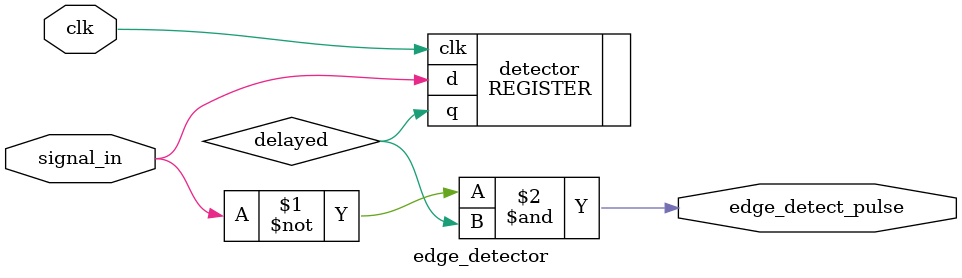
<source format=v>
module edge_detector #(
    parameter WIDTH = 1
)(
    input clk,
    input [WIDTH-1:0] signal_in,
    output [WIDTH-1:0] edge_detect_pulse
);
	wire [WIDTH-1:0] delayed;
    REGISTER #(.N(WIDTH)) detector (.q(delayed), .d(signal_in), .clk(clk));

	assign edge_detect_pulse = ~signal_in & delayed;
endmodule

</source>
